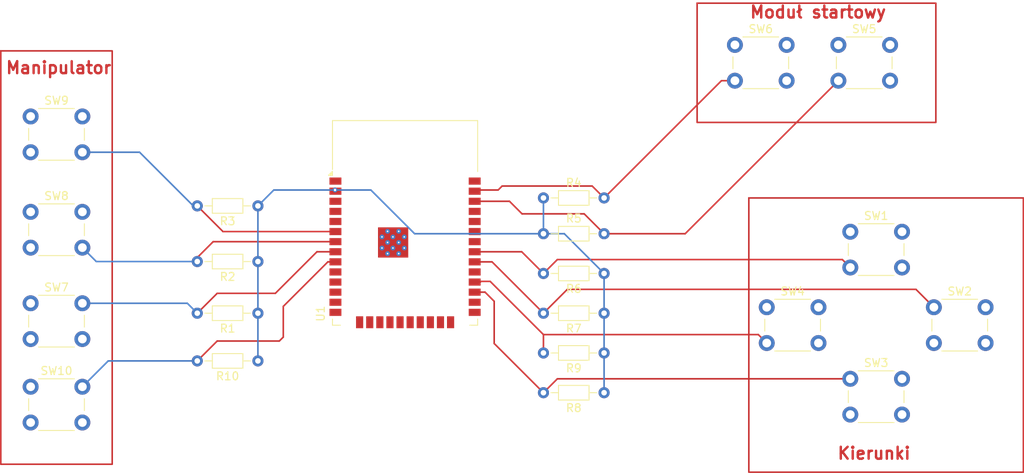
<source format=kicad_pcb>
(kicad_pcb (version 20240108) (generator "pcbnew") (generator_version "8.0")
  (layers (0 "F.Cu" signal) (31 "B.Cu" signal) (34 "B.Paste" user) (35 "F.Paste" user) (36 "B.SilkS" user "B.Silkscreen") (37 "F.SilkS" user "F.Silkscreen") (38 "B.Mask" user) (39 "F.Mask" user) (44 "Edge.Cuts" user))
  (net 0 "")
  (net 1 "GND")
  (net 14 "+3V3")
  (net 16 "Net-(U1-IO35)")
  (net 19 "Net-(U1-IO19)")
  (net 22 "Net-(U1-IO22)")
  (net 23 "Net-(U1-IO34)")
  (net 27 "Net-(U1-IO17)")
  (net 28 "Net-(U1-IO23)")
  (net 30 "Net-(U1-IO32)")
  (net 33 "Net-(U1-IO18)")
  (net 34 "Net-(U1-IO33)")
  (net 36 "Net-(U1-IO16)")
  (footprint "Resistor_THT:R_Axial_DIN0204_L3.6mm_D1.6mm_P7.62mm_Horizontal" (layer "F.Cu") (at 146.81 83 180)
    (property "Reference" "R9" (at 3.81 -1.92 180) (layer "F.SilkS"))
    (property "Value" "10k")
    (fp_line (start 6.68 0) (end 5.73 0) (stroke (width 0.12)) (layer "F.SilkS"))
    (fp_line (start 5.73 0.92) (end 5.73 -0.92) (stroke (width 0.12)) (layer "F.SilkS"))
    (fp_line (start 5.73 -0.92) (end 1.89 -0.92) (stroke (width 0.12)) (layer "F.SilkS"))
    (fp_line (start 1.89 0.92) (end 5.73 0.92) (stroke (width 0.12)) (layer "F.SilkS"))
    (fp_line (start 1.89 -0.92) (end 1.89 0.92) (stroke (width 0.12)) (layer "F.SilkS"))
    (fp_line (start 0.94 0) (end 1.89 0) (stroke (width 0.12)) (layer "F.SilkS"))
    (pad "1" thru_hole circle (at 0 0 180) (size 1.4 1.4) (drill 0.7) (layers "*.Cu" "*.Mask") (net 14 "+3V3"))
    (pad "2" thru_hole oval (at 7.62 0 180) (size 1.4 1.4) (drill 0.7) (layers "*.Cu" "*.Mask") (net 27 "Net-(U1-IO17)"))
  )
  (footprint "Button_Switch_THT:SW_PUSH_6mm_H5mm" (layer "F.Cu") (at 188.25 77.25)
    (property "Reference" "SW2" (at 3.25 -2 0) (layer "F.SilkS"))
    (property "Value" "prawo")
    (fp_line (start -0.25 1.5) (end -0.25 3) (stroke (width 0.12)) (layer "F.SilkS"))
    (fp_line (start 1 5.5) (end 5.5 5.5) (stroke (width 0.12)) (layer "F.SilkS"))
    (fp_line (start 5.5 -1) (end 1 -1) (stroke (width 0.12)) (layer "F.SilkS"))
    (fp_line (start 6.75 3) (end 6.75 1.5) (stroke (width 0.12)) (layer "F.SilkS"))
    (pad "1" thru_hole circle (at 0 0 90) (size 2 2) (drill 1.1) (layers "*.Cu" "*.Mask") (net 33 "Net-(U1-IO18)"))
    (pad "1" thru_hole circle (at 6.5 0 90) (size 2 2) (drill 1.1) (layers "*.Cu" "*.Mask") (net 33 "Net-(U1-IO18)"))
    (pad "2" thru_hole circle (at 0 4.5 90) (size 2 2) (drill 1.1) (layers "*.Cu" "*.Mask") (net 33 "Net-(U1-IO18)"))
    (pad "2" thru_hole circle (at 6.5 4.5 90) (size 2 2) (drill 1.1) (layers "*.Cu" "*.Mask") (net 33 "Net-(U1-IO18)"))
  )
  (footprint "Resistor_THT:R_Axial_DIN0204_L3.6mm_D1.6mm_P7.62mm_Horizontal" (layer "F.Cu") (at 103.31 78 180)
    (property "Reference" "R1" (at 3.81 -1.92 180) (layer "F.SilkS"))
    (property "Value" "10k")
    (fp_line (start 6.68 0) (end 5.73 0) (stroke (width 0.12)) (layer "F.SilkS"))
    (fp_line (start 5.73 0.92) (end 5.73 -0.92) (stroke (width 0.12)) (layer "F.SilkS"))
    (fp_line (start 5.73 -0.92) (end 1.89 -0.92) (stroke (width 0.12)) (layer "F.SilkS"))
    (fp_line (start 1.89 0.92) (end 5.73 0.92) (stroke (width 0.12)) (layer "F.SilkS"))
    (fp_line (start 1.89 -0.92) (end 1.89 0.92) (stroke (width 0.12)) (layer "F.SilkS"))
    (fp_line (start 0.94 0) (end 1.89 0) (stroke (width 0.12)) (layer "F.SilkS"))
    (pad "1" thru_hole circle (at 0 0 180) (size 1.4 1.4) (drill 0.7) (layers "*.Cu" "*.Mask") (net 14 "+3V3"))
    (pad "2" thru_hole oval (at 7.62 0 180) (size 1.4 1.4) (drill 0.7) (layers "*.Cu" "*.Mask") (net 30 "Net-(U1-IO32)"))
  )
  (footprint "RF_Module:ESP32-WROOM-32D" (layer "F.Cu") (at 121.8 69.63)
    (property "Reference" "U1" (at -10.61 8.43 90) (layer "F.SilkS"))
    (property "Value" "ESP32-WROOM-32E")
    (fp_line (start -9.12 -15.86) (end -9.12 -9.7) (stroke (width 0.12)) (layer "F.SilkS"))
    (fp_line (start -9.12 -15.86) (end 9.12 -15.86) (stroke (width 0.12)) (layer "F.SilkS"))
    (fp_line (start -9.12 9.1) (end -9.12 9.88) (stroke (width 0.12)) (layer "F.SilkS"))
    (fp_line (start -9.12 9.88) (end -8.12 9.88) (stroke (width 0.12)) (layer "F.SilkS"))
    (fp_line (start 9.12 -15.86) (end 9.12 -9.445) (stroke (width 0.12)) (layer "F.SilkS"))
    (fp_line (start 9.12 9.1) (end 9.12 9.88) (stroke (width 0.12)) (layer "F.SilkS"))
    (fp_line (start 9.12 9.88) (end 8.12 9.88) (stroke (width 0.12)) (layer "F.SilkS"))
    (fp_poly (pts (xy -9.125 -8.975) (xy -9.625 -8.975) (xy -9.125 -9.475) (xy -9.125 -8.975)) (stroke (width 0.12)) (fill solid) (layer "F.SilkS"))
    (pad "1" smd rect (at -8.75 -8.25) (size 1.5 0.9) (layers "F.Cu" "F.Paste" "F.Mask") (net 1 "GND"))
    (pad "2" smd rect (at -8.75 -6.98) (size 1.5 0.9) (layers "F.Cu" "F.Paste" "F.Mask") (net 14 "+3V3"))
    (pad "3" smd rect (at -8.75 -5.71) (size 1.5 0.9) (layers "F.Cu" "F.Paste" "F.Mask"))
    (pad "4" smd rect (at -8.75 -4.44) (size 1.5 0.9) (layers "F.Cu" "F.Paste" "F.Mask"))
    (pad "5" smd rect (at -8.75 -3.17) (size 1.5 0.9) (layers "F.Cu" "F.Paste" "F.Mask"))
    (pad "6" smd rect (at -8.75 -1.9) (size 1.5 0.9) (layers "F.Cu" "F.Paste" "F.Mask") (net 23 "Net-(U1-IO34)"))
    (pad "7" smd rect (at -8.75 -0.63) (size 1.5 0.9) (layers "F.Cu" "F.Paste" "F.Mask") (net 16 "Net-(U1-IO35)"))
    (pad "8" smd rect (at -8.75 0.64) (size 1.5 0.9) (layers "F.Cu" "F.Paste" "F.Mask") (net 30 "Net-(U1-IO32)"))
    (pad "9" smd rect (at -8.75 1.91) (size 1.5 0.9) (layers "F.Cu" "F.Paste" "F.Mask") (net 34 "Net-(U1-IO33)"))
    (pad "10" smd rect (at -8.75 3.18) (size 1.5 0.9) (layers "F.Cu" "F.Paste" "F.Mask"))
    (pad "11" smd rect (at -8.75 4.45) (size 1.5 0.9) (layers "F.Cu" "F.Paste" "F.Mask"))
    (pad "12" smd rect (at -8.75 5.72) (size 1.5 0.9) (layers "F.Cu" "F.Paste" "F.Mask"))
    (pad "13" smd rect (at -8.75 6.99) (size 1.5 0.9) (layers "F.Cu" "F.Paste" "F.Mask"))
    (pad "14" smd rect (at -8.75 8.26) (size 1.5 0.9) (layers "F.Cu" "F.Paste" "F.Mask"))
    (pad "15" smd rect (at -5.71 9.51 90) (size 1.5 0.9) (layers "F.Cu" "F.Paste" "F.Mask") (net 1 "GND"))
    (pad "16" smd rect (at -4.44 9.51 90) (size 1.5 0.9) (layers "F.Cu" "F.Paste" "F.Mask"))
    (pad "17" smd rect (at -3.17 9.51 90) (size 1.5 0.9) (layers "F.Cu" "F.Paste" "F.Mask"))
    (pad "18" smd rect (at -1.9 9.51 90) (size 1.5 0.9) (layers "F.Cu" "F.Paste" "F.Mask"))
    (pad "19" smd rect (at -0.63 9.51 90) (size 1.5 0.9) (layers "F.Cu" "F.Paste" "F.Mask"))
    (pad "20" smd rect (at 0.64 9.51 90) (size 1.5 0.9) (layers "F.Cu" "F.Paste" "F.Mask"))
    (pad "21" smd rect (at 1.91 9.51 90) (size 1.5 0.9) (layers "F.Cu" "F.Paste" "F.Mask"))
    (pad "22" smd rect (at 3.18 9.51 90) (size 1.5 0.9) (layers "F.Cu" "F.Paste" "F.Mask"))
    (pad "23" smd rect (at 4.45 9.51 90) (size 1.5 0.9) (layers "F.Cu" "F.Paste" "F.Mask"))
    (pad "24" smd rect (at 5.72 9.51 90) (size 1.5 0.9) (layers "F.Cu" "F.Paste" "F.Mask"))
    (pad "25" smd rect (at 8.75 8.26) (size 1.5 0.9) (layers "F.Cu" "F.Paste" "F.Mask"))
    (pad "26" smd rect (at 8.75 6.99) (size 1.5 0.9) (layers "F.Cu" "F.Paste" "F.Mask"))
    (pad "27" smd rect (at 8.75 5.72) (size 1.5 0.9) (layers "F.Cu" "F.Paste" "F.Mask") (net 36 "Net-(U1-IO16)"))
    (pad "28" smd rect (at 8.75 4.45) (size 1.5 0.9) (layers "F.Cu" "F.Paste" "F.Mask") (net 27 "Net-(U1-IO17)"))
    (pad "29" smd rect (at 8.75 3.18) (size 1.5 0.9) (layers "F.Cu" "F.Paste" "F.Mask"))
    (pad "30" smd rect (at 8.75 1.91) (size 1.5 0.9) (layers "F.Cu" "F.Paste" "F.Mask") (net 33 "Net-(U1-IO18)"))
    (pad "31" smd rect (at 8.75 0.64) (size 1.5 0.9) (layers "F.Cu" "F.Paste" "F.Mask") (net 19 "Net-(U1-IO19)"))
    (pad "32" smd rect (at 8.75 -0.63) (size 1.5 0.9) (layers "F.Cu" "F.Paste" "F.Mask"))
    (pad "33" smd rect (at 8.75 -1.9) (size 1.5 0.9) (layers "F.Cu" "F.Paste" "F.Mask"))
    (pad "34" smd rect (at 8.75 -3.17) (size 1.5 0.9) (layers "F.Cu" "F.Paste" "F.Mask"))
    (pad "35" smd rect (at 8.75 -4.44) (size 1.5 0.9) (layers "F.Cu" "F.Paste" "F.Mask"))
    (pad "36" smd rect (at 8.75 -5.71) (size 1.5 0.9) (layers "F.Cu" "F.Paste" "F.Mask") (net 22 "Net-(U1-IO22)"))
    (pad "37" smd rect (at 8.75 -6.98) (size 1.5 0.9) (layers "F.Cu" "F.Paste" "F.Mask") (net 28 "Net-(U1-IO23)"))
    (pad "38" smd rect (at 8.75 -8.25) (size 1.5 0.9) (layers "F.Cu" "F.Paste" "F.Mask") (net 1 "GND"))
    (pad "39" smd rect (at -2.9 -1.93) (size 0.9 0.9) (layers "F.Cu" "F.Paste") (net 1 "GND"))
    (pad "39" thru_hole circle (at -2.9 -1.23) (size 0.6 0.6) (drill 0.2) (property pad_prop_heatsink) (layers "*.Cu" "F.Mask") (net 1 "GND"))
    (pad "39" smd rect (at -2.9 -0.53) (size 0.9 0.9) (layers "F.Cu" "F.Paste") (net 1 "GND"))
    (pad "39" thru_hole circle (at -2.9 0.17) (size 0.6 0.6) (drill 0.2) (property pad_prop_heatsink) (layers "*.Cu" "F.Mask") (net 1 "GND"))
    (pad "39" smd rect (at -2.9 0.87) (size 0.9 0.9) (layers "F.Cu" "F.Paste") (net 1 "GND"))
    (pad "39" thru_hole circle (at -2.2 -1.93) (size 0.6 0.6) (drill 0.2) (property pad_prop_heatsink) (layers "*.Cu" "F.Mask") (net 1 "GND"))
    (pad "39" thru_hole circle (at -2.2 -0.53) (size 0.6 0.6) (drill 0.2) (property pad_prop_heatsink) (layers "*.Cu" "F.Mask") (net 1 "GND"))
    (pad "39" thru_hole circle (at -2.2 0.87) (size 0.6 0.6) (drill 0.2) (property pad_prop_heatsink) (layers "*.Cu" "F.Mask") (net 1 "GND"))
    (pad "39" thru_hole circle (at -1.525 -1.23) (size 0.6 0.6) (drill 0.2) (property pad_prop_heatsink) (layers "*.Cu" "F.Mask") (net 1 "GND"))
    (pad "39" thru_hole circle (at -1.525 0.17) (size 0.6 0.6) (drill 0.2) (property pad_prop_heatsink) (layers "*.Cu" "F.Mask") (net 1 "GND"))
    (pad "39" smd rect (at -1.5 -1.93) (size 0.9 0.9) (layers "F.Cu" "F.Paste") (net 1 "GND"))
    (pad "39" smd rect (at -1.5 -0.53) (size 0.9 0.9) (layers "F.Cu" "F.Paste") (net 1 "GND"))
    (pad "39" smd rect (at -1.5 -0.53) (size 3.8 3.8) (layers "F.Cu" "F.Mask") (net 1 "GND"))
    (pad "39" smd rect (at -1.5 0.87) (size 0.9 0.9) (layers "F.Cu" "F.Paste") (net 1 "GND"))
    (pad "39" thru_hole circle (at -0.8 -1.93) (size 0.6 0.6) (drill 0.2) (property pad_prop_heatsink) (layers "*.Cu" "F.Mask") (net 1 "GND"))
    (pad "39" thru_hole circle (at -0.8 -0.53) (size 0.6 0.6) (drill 0.2) (property pad_prop_heatsink) (layers "*.Cu" "F.Mask") (net 1 "GND"))
    (pad "39" thru_hole circle (at -0.8 0.87) (size 0.6 0.6) (drill 0.2) (property pad_prop_heatsink) (layers "*.Cu" "F.Mask") (net 1 "GND"))
    (pad "39" smd rect (at -0.1 -1.93) (size 0.9 0.9) (layers "F.Cu" "F.Paste") (net 1 "GND"))
    (pad "39" thru_hole circle (at -0.1 -1.23) (size 0.6 0.6) (drill 0.2) (property pad_prop_heatsink) (layers "*.Cu" "F.Mask") (net 1 "GND"))
    (pad "39" smd rect (at -0.1 -0.53) (size 0.9 0.9) (layers "F.Cu" "F.Paste") (net 1 "GND"))
    (pad "39" thru_hole circle (at -0.1 0.17) (size 0.6 0.6) (drill 0.2) (property pad_prop_heatsink) (layers "*.Cu" "F.Mask") (net 1 "GND"))
    (pad "39" smd rect (at -0.1 0.87) (size 0.9 0.9) (layers "F.Cu" "F.Paste") (net 1 "GND"))
  )
  (footprint "Button_Switch_THT:SW_PUSH_6mm_H5mm" (layer "F.Cu") (at 74.75 76.75)
    (property "Reference" "SW7" (at 3.25 -2 0) (layer "F.SilkS"))
    (property "Value" "ramie_1")
    (fp_line (start -0.25 1.5) (end -0.25 3) (stroke (width 0.12)) (layer "F.SilkS"))
    (fp_line (start 1 5.5) (end 5.5 5.5) (stroke (width 0.12)) (layer "F.SilkS"))
    (fp_line (start 5.5 -1) (end 1 -1) (stroke (width 0.12)) (layer "F.SilkS"))
    (fp_line (start 6.75 3) (end 6.75 1.5) (stroke (width 0.12)) (layer "F.SilkS"))
    (pad "1" thru_hole circle (at 0 0 90) (size 2 2) (drill 1.1) (layers "*.Cu" "*.Mask") (net 30 "Net-(U1-IO32)"))
    (pad "1" thru_hole circle (at 6.5 0 90) (size 2 2) (drill 1.1) (layers "*.Cu" "*.Mask") (net 30 "Net-(U1-IO32)"))
    (pad "2" thru_hole circle (at 0 4.5 90) (size 2 2) (drill 1.1) (layers "*.Cu" "*.Mask") (net 30 "Net-(U1-IO32)"))
    (pad "2" thru_hole circle (at 6.5 4.5 90) (size 2 2) (drill 1.1) (layers "*.Cu" "*.Mask") (net 30 "Net-(U1-IO32)"))
  )
  (footprint "Button_Switch_THT:SW_PUSH_6mm_H5mm" (layer "F.Cu") (at 74.75 53.25)
    (property "Reference" "SW9" (at 3.25 -2 0) (layer "F.SilkS"))
    (property "Value" "ramie_3")
    (fp_line (start -0.25 1.5) (end -0.25 3) (stroke (width 0.12)) (layer "F.SilkS"))
    (fp_line (start 1 5.5) (end 5.5 5.5) (stroke (width 0.12)) (layer "F.SilkS"))
    (fp_line (start 5.5 -1) (end 1 -1) (stroke (width 0.12)) (layer "F.SilkS"))
    (fp_line (start 6.75 3) (end 6.75 1.5) (stroke (width 0.12)) (layer "F.SilkS"))
    (pad "1" thru_hole circle (at 0 0 90) (size 2 2) (drill 1.1) (layers "*.Cu" "*.Mask") (net 23 "Net-(U1-IO34)"))
    (pad "1" thru_hole circle (at 6.5 0 90) (size 2 2) (drill 1.1) (layers "*.Cu" "*.Mask") (net 23 "Net-(U1-IO34)"))
    (pad "2" thru_hole circle (at 0 4.5 90) (size 2 2) (drill 1.1) (layers "*.Cu" "*.Mask") (net 23 "Net-(U1-IO34)"))
    (pad "2" thru_hole circle (at 6.5 4.5 90) (size 2 2) (drill 1.1) (layers "*.Cu" "*.Mask") (net 23 "Net-(U1-IO34)"))
  )
  (footprint "Button_Switch_THT:SW_PUSH_6mm_H5mm" (layer "F.Cu") (at 74.75 65.25)
    (property "Reference" "SW8" (at 3.25 -2 0) (layer "F.SilkS"))
    (property "Value" "ramie_2")
    (fp_line (start -0.25 1.5) (end -0.25 3) (stroke (width 0.12)) (layer "F.SilkS"))
    (fp_line (start 1 5.5) (end 5.5 5.5) (stroke (width 0.12)) (layer "F.SilkS"))
    (fp_line (start 5.5 -1) (end 1 -1) (stroke (width 0.12)) (layer "F.SilkS"))
    (fp_line (start 6.75 3) (end 6.75 1.5) (stroke (width 0.12)) (layer "F.SilkS"))
    (pad "1" thru_hole circle (at 0 0 90) (size 2 2) (drill 1.1) (layers "*.Cu" "*.Mask") (net 16 "Net-(U1-IO35)"))
    (pad "1" thru_hole circle (at 6.5 0 90) (size 2 2) (drill 1.1) (layers "*.Cu" "*.Mask") (net 16 "Net-(U1-IO35)"))
    (pad "2" thru_hole circle (at 0 4.5 90) (size 2 2) (drill 1.1) (layers "*.Cu" "*.Mask") (net 16 "Net-(U1-IO35)"))
    (pad "2" thru_hole circle (at 6.5 4.5 90) (size 2 2) (drill 1.1) (layers "*.Cu" "*.Mask") (net 16 "Net-(U1-IO35)"))
  )
  (footprint "Resistor_THT:R_Axial_DIN0204_L3.6mm_D1.6mm_P7.62mm_Horizontal" (layer "F.Cu") (at 103.31 71.5 180)
    (property "Reference" "R2" (at 3.81 -1.92 180) (layer "F.SilkS"))
    (property "Value" "10k")
    (fp_line (start 6.68 0) (end 5.73 0) (stroke (width 0.12)) (layer "F.SilkS"))
    (fp_line (start 5.73 0.92) (end 5.73 -0.92) (stroke (width 0.12)) (layer "F.SilkS"))
    (fp_line (start 5.73 -0.92) (end 1.89 -0.92) (stroke (width 0.12)) (layer "F.SilkS"))
    (fp_line (start 1.89 0.92) (end 5.73 0.92) (stroke (width 0.12)) (layer "F.SilkS"))
    (fp_line (start 1.89 -0.92) (end 1.89 0.92) (stroke (width 0.12)) (layer "F.SilkS"))
    (fp_line (start 0.94 0) (end 1.89 0) (stroke (width 0.12)) (layer "F.SilkS"))
    (pad "1" thru_hole circle (at 0 0 180) (size 1.4 1.4) (drill 0.7) (layers "*.Cu" "*.Mask") (net 14 "+3V3"))
    (pad "2" thru_hole oval (at 7.62 0 180) (size 1.4 1.4) (drill 0.7) (layers "*.Cu" "*.Mask") (net 16 "Net-(U1-IO35)"))
  )
  (footprint "Button_Switch_THT:SW_PUSH_6mm_H5mm" (layer "F.Cu") (at 74.75 87.25)
    (property "Reference" "SW10" (at 3.25 -2 0) (layer "F.SilkS"))
    (property "Value" "ramie_4")
    (fp_line (start -0.25 1.5) (end -0.25 3) (stroke (width 0.12)) (layer "F.SilkS"))
    (fp_line (start 1 5.5) (end 5.5 5.5) (stroke (width 0.12)) (layer "F.SilkS"))
    (fp_line (start 5.5 -1) (end 1 -1) (stroke (width 0.12)) (layer "F.SilkS"))
    (fp_line (start 6.75 3) (end 6.75 1.5) (stroke (width 0.12)) (layer "F.SilkS"))
    (pad "1" thru_hole circle (at 0 0 90) (size 2 2) (drill 1.1) (layers "*.Cu" "*.Mask") (net 34 "Net-(U1-IO33)"))
    (pad "1" thru_hole circle (at 6.5 0 90) (size 2 2) (drill 1.1) (layers "*.Cu" "*.Mask") (net 34 "Net-(U1-IO33)"))
    (pad "2" thru_hole circle (at 0 4.5 90) (size 2 2) (drill 1.1) (layers "*.Cu" "*.Mask") (net 34 "Net-(U1-IO33)"))
    (pad "2" thru_hole circle (at 6.5 4.5 90) (size 2 2) (drill 1.1) (layers "*.Cu" "*.Mask") (net 34 "Net-(U1-IO33)"))
  )
  (footprint "Button_Switch_THT:SW_PUSH_6mm_H5mm" (layer "F.Cu") (at 177.75 86.25)
    (property "Reference" "SW3" (at 3.25 -2 0) (layer "F.SilkS"))
    (property "Value" "tył")
    (fp_line (start -0.25 1.5) (end -0.25 3) (stroke (width 0.12)) (layer "F.SilkS"))
    (fp_line (start 1 5.5) (end 5.5 5.5) (stroke (width 0.12)) (layer "F.SilkS"))
    (fp_line (start 5.5 -1) (end 1 -1) (stroke (width 0.12)) (layer "F.SilkS"))
    (fp_line (start 6.75 3) (end 6.75 1.5) (stroke (width 0.12)) (layer "F.SilkS"))
    (pad "1" thru_hole circle (at 0 0 90) (size 2 2) (drill 1.1) (layers "*.Cu" "*.Mask") (net 36 "Net-(U1-IO16)"))
    (pad "1" thru_hole circle (at 6.5 0 90) (size 2 2) (drill 1.1) (layers "*.Cu" "*.Mask") (net 36 "Net-(U1-IO16)"))
    (pad "2" thru_hole circle (at 0 4.5 90) (size 2 2) (drill 1.1) (layers "*.Cu" "*.Mask") (net 36 "Net-(U1-IO16)"))
    (pad "2" thru_hole circle (at 6.5 4.5 90) (size 2 2) (drill 1.1) (layers "*.Cu" "*.Mask") (net 36 "Net-(U1-IO16)"))
  )
  (footprint "Button_Switch_THT:SW_PUSH_6mm_H5mm" (layer "F.Cu") (at 177.75 67.75)
    (property "Reference" "SW1" (at 3.25 -2 0) (layer "F.SilkS"))
    (property "Value" "przód")
    (fp_line (start -0.25 1.5) (end -0.25 3) (stroke (width 0.12)) (layer "F.SilkS"))
    (fp_line (start 1 5.5) (end 5.5 5.5) (stroke (width 0.12)) (layer "F.SilkS"))
    (fp_line (start 5.5 -1) (end 1 -1) (stroke (width 0.12)) (layer "F.SilkS"))
    (fp_line (start 6.75 3) (end 6.75 1.5) (stroke (width 0.12)) (layer "F.SilkS"))
    (pad "1" thru_hole circle (at 0 0 90) (size 2 2) (drill 1.1) (layers "*.Cu" "*.Mask") (net 19 "Net-(U1-IO19)"))
    (pad "1" thru_hole circle (at 6.5 0 90) (size 2 2) (drill 1.1) (layers "*.Cu" "*.Mask") (net 19 "Net-(U1-IO19)"))
    (pad "2" thru_hole circle (at 0 4.5 90) (size 2 2) (drill 1.1) (layers "*.Cu" "*.Mask") (net 19 "Net-(U1-IO19)"))
    (pad "2" thru_hole circle (at 6.5 4.5 90) (size 2 2) (drill 1.1) (layers "*.Cu" "*.Mask") (net 19 "Net-(U1-IO19)"))
  )
  (footprint "Button_Switch_THT:SW_PUSH_6mm_H5mm" (layer "F.Cu") (at 167.25 77.25)
    (property "Reference" "SW4" (at 3.25 -2 0) (layer "F.SilkS"))
    (property "Value" "lewo")
    (fp_line (start -0.25 1.5) (end -0.25 3) (stroke (width 0.12)) (layer "F.SilkS"))
    (fp_line (start 1 5.5) (end 5.5 5.5) (stroke (width 0.12)) (layer "F.SilkS"))
    (fp_line (start 5.5 -1) (end 1 -1) (stroke (width 0.12)) (layer "F.SilkS"))
    (fp_line (start 6.75 3) (end 6.75 1.5) (stroke (width 0.12)) (layer "F.SilkS"))
    (pad "1" thru_hole circle (at 0 0 90) (size 2 2) (drill 1.1) (layers "*.Cu" "*.Mask") (net 27 "Net-(U1-IO17)"))
    (pad "1" thru_hole circle (at 6.5 0 90) (size 2 2) (drill 1.1) (layers "*.Cu" "*.Mask") (net 27 "Net-(U1-IO17)"))
    (pad "2" thru_hole circle (at 0 4.5 90) (size 2 2) (drill 1.1) (layers "*.Cu" "*.Mask") (net 27 "Net-(U1-IO17)"))
    (pad "2" thru_hole circle (at 6.5 4.5 90) (size 2 2) (drill 1.1) (layers "*.Cu" "*.Mask") (net 27 "Net-(U1-IO17)"))
  )
  (footprint "Resistor_THT:R_Axial_DIN0204_L3.6mm_D1.6mm_P7.62mm_Horizontal" (layer "F.Cu") (at 139.19 68)
    (property "Reference" "R5" (at 3.81 -1.92 0) (layer "F.SilkS"))
    (property "Value" "10k")
    (fp_line (start 0.94 0) (end 1.89 0) (stroke (width 0.12)) (layer "F.SilkS"))
    (fp_line (start 1.89 -0.92) (end 1.89 0.92) (stroke (width 0.12)) (layer "F.SilkS"))
    (fp_line (start 1.89 0.92) (end 5.73 0.92) (stroke (width 0.12)) (layer "F.SilkS"))
    (fp_line (start 5.73 -0.92) (end 1.89 -0.92) (stroke (width 0.12)) (layer "F.SilkS"))
    (fp_line (start 5.73 0.92) (end 5.73 -0.92) (stroke (width 0.12)) (layer "F.SilkS"))
    (fp_line (start 6.68 0) (end 5.73 0) (stroke (width 0.12)) (layer "F.SilkS"))
    (pad "1" thru_hole circle (at 0 0) (size 1.4 1.4) (drill 0.7) (layers "*.Cu" "*.Mask") (net 14 "+3V3"))
    (pad "2" thru_hole oval (at 7.62 0) (size 1.4 1.4) (drill 0.7) (layers "*.Cu" "*.Mask") (net 22 "Net-(U1-IO22)"))
  )
  (footprint "Resistor_THT:R_Axial_DIN0204_L3.6mm_D1.6mm_P7.62mm_Horizontal" (layer "F.Cu") (at 146.81 73 180)
    (property "Reference" "R6" (at 3.81 -1.92 180) (layer "F.SilkS"))
    (property "Value" "10k")
    (fp_line (start 6.68 0) (end 5.73 0) (stroke (width 0.12)) (layer "F.SilkS"))
    (fp_line (start 5.73 0.92) (end 5.73 -0.92) (stroke (width 0.12)) (layer "F.SilkS"))
    (fp_line (start 5.73 -0.92) (end 1.89 -0.92) (stroke (width 0.12)) (layer "F.SilkS"))
    (fp_line (start 1.89 0.92) (end 5.73 0.92) (stroke (width 0.12)) (layer "F.SilkS"))
    (fp_line (start 1.89 -0.92) (end 1.89 0.92) (stroke (width 0.12)) (layer "F.SilkS"))
    (fp_line (start 0.94 0) (end 1.89 0) (stroke (width 0.12)) (layer "F.SilkS"))
    (pad "1" thru_hole circle (at 0 0 180) (size 1.4 1.4) (drill 0.7) (layers "*.Cu" "*.Mask") (net 14 "+3V3"))
    (pad "2" thru_hole oval (at 7.62 0 180) (size 1.4 1.4) (drill 0.7) (layers "*.Cu" "*.Mask") (net 19 "Net-(U1-IO19)"))
  )
  (footprint "Button_Switch_THT:SW_PUSH_6mm_H5mm" (layer "F.Cu") (at 176.25 44.25)
    (property "Reference" "SW5" (at 3.25 -2 0) (layer "F.SilkS"))
    (property "Value" "START_start")
    (fp_line (start -0.25 1.5) (end -0.25 3) (stroke (width 0.12)) (layer "F.SilkS"))
    (fp_line (start 1 5.5) (end 5.5 5.5) (stroke (width 0.12)) (layer "F.SilkS"))
    (fp_line (start 5.5 -1) (end 1 -1) (stroke (width 0.12)) (layer "F.SilkS"))
    (fp_line (start 6.75 3) (end 6.75 1.5) (stroke (width 0.12)) (layer "F.SilkS"))
    (pad "1" thru_hole circle (at 0 0 90) (size 2 2) (drill 1.1) (layers "*.Cu" "*.Mask") (net 22 "Net-(U1-IO22)"))
    (pad "1" thru_hole circle (at 6.5 0 90) (size 2 2) (drill 1.1) (layers "*.Cu" "*.Mask") (net 22 "Net-(U1-IO22)"))
    (pad "2" thru_hole circle (at 0 4.5 90) (size 2 2) (drill 1.1) (layers "*.Cu" "*.Mask") (net 22 "Net-(U1-IO22)"))
    (pad "2" thru_hole circle (at 6.5 4.5 90) (size 2 2) (drill 1.1) (layers "*.Cu" "*.Mask") (net 22 "Net-(U1-IO22)"))
  )
  (footprint "Resistor_THT:R_Axial_DIN0204_L3.6mm_D1.6mm_P7.62mm_Horizontal" (layer "F.Cu") (at 146.81 78 180)
    (property "Reference" "R7" (at 3.81 -1.92 180) (layer "F.SilkS"))
    (property "Value" "10k")
    (fp_line (start 6.68 0) (end 5.73 0) (stroke (width 0.12)) (layer "F.SilkS"))
    (fp_line (start 5.73 0.92) (end 5.73 -0.92) (stroke (width 0.12)) (layer "F.SilkS"))
    (fp_line (start 5.73 -0.92) (end 1.89 -0.92) (stroke (width 0.12)) (layer "F.SilkS"))
    (fp_line (start 1.89 0.92) (end 5.73 0.92) (stroke (width 0.12)) (layer "F.SilkS"))
    (fp_line (start 1.89 -0.92) (end 1.89 0.92) (stroke (width 0.12)) (layer "F.SilkS"))
    (fp_line (start 0.94 0) (end 1.89 0) (stroke (width 0.12)) (layer "F.SilkS"))
    (pad "1" thru_hole circle (at 0 0 180) (size 1.4 1.4) (drill 0.7) (layers "*.Cu" "*.Mask") (net 14 "+3V3"))
    (pad "2" thru_hole oval (at 7.62 0 180) (size 1.4 1.4) (drill 0.7) (layers "*.Cu" "*.Mask") (net 33 "Net-(U1-IO18)"))
  )
  (footprint "Resistor_THT:R_Axial_DIN0204_L3.6mm_D1.6mm_P7.62mm_Horizontal" (layer "F.Cu") (at 103.31 64.5 180)
    (property "Reference" "R3" (at 3.81 -1.92 180) (layer "F.SilkS"))
    (property "Value" "10k")
    (fp_line (start 6.68 0) (end 5.73 0) (stroke (width 0.12)) (layer "F.SilkS"))
    (fp_line (start 5.73 0.92) (end 5.73 -0.92) (stroke (width 0.12)) (layer "F.SilkS"))
    (fp_line (start 5.73 -0.92) (end 1.89 -0.92) (stroke (width 0.12)) (layer "F.SilkS"))
    (fp_line (start 1.89 0.92) (end 5.73 0.92) (stroke (width 0.12)) (layer "F.SilkS"))
    (fp_line (start 1.89 -0.92) (end 1.89 0.92) (stroke (width 0.12)) (layer "F.SilkS"))
    (fp_line (start 0.94 0) (end 1.89 0) (stroke (width 0.12)) (layer "F.SilkS"))
    (pad "1" thru_hole circle (at 0 0 180) (size 1.4 1.4) (drill 0.7) (layers "*.Cu" "*.Mask") (net 14 "+3V3"))
    (pad "2" thru_hole oval (at 7.62 0 180) (size 1.4 1.4) (drill 0.7) (layers "*.Cu" "*.Mask") (net 23 "Net-(U1-IO34)"))
  )
  (footprint "Resistor_THT:R_Axial_DIN0204_L3.6mm_D1.6mm_P7.62mm_Horizontal" (layer "F.Cu") (at 146.81 88 180)
    (property "Reference" "R8" (at 3.81 -1.92 180) (layer "F.SilkS"))
    (property "Value" "10k")
    (fp_line (start 6.68 0) (end 5.73 0) (stroke (width 0.12)) (layer "F.SilkS"))
    (fp_line (start 5.73 0.92) (end 5.73 -0.92) (stroke (width 0.12)) (layer "F.SilkS"))
    (fp_line (start 5.73 -0.92) (end 1.89 -0.92) (stroke (width 0.12)) (layer "F.SilkS"))
    (fp_line (start 1.89 0.92) (end 5.73 0.92) (stroke (width 0.12)) (layer "F.SilkS"))
    (fp_line (start 1.89 -0.92) (end 1.89 0.92) (stroke (width 0.12)) (layer "F.SilkS"))
    (fp_line (start 0.94 0) (end 1.89 0) (stroke (width 0.12)) (layer "F.SilkS"))
    (pad "1" thru_hole circle (at 0 0 180) (size 1.4 1.4) (drill 0.7) (layers "*.Cu" "*.Mask") (net 14 "+3V3"))
    (pad "2" thru_hole oval (at 7.62 0 180) (size 1.4 1.4) (drill 0.7) (layers "*.Cu" "*.Mask") (net 36 "Net-(U1-IO16)"))
  )
  (footprint "Resistor_THT:R_Axial_DIN0204_L3.6mm_D1.6mm_P7.62mm_Horizontal" (layer "F.Cu") (at 103.31 84 180)
    (property "Reference" "R10" (at 3.81 -1.92 180) (layer "F.SilkS"))
    (property "Value" "10k")
    (fp_line (start 6.68 0) (end 5.73 0) (stroke (width 0.12)) (layer "F.SilkS"))
    (fp_line (start 5.73 0.92) (end 5.73 -0.92) (stroke (width 0.12)) (layer "F.SilkS"))
    (fp_line (start 5.73 -0.92) (end 1.89 -0.92) (stroke (width 0.12)) (layer "F.SilkS"))
    (fp_line (start 1.89 0.92) (end 5.73 0.92) (stroke (width 0.12)) (layer "F.SilkS"))
    (fp_line (start 1.89 -0.92) (end 1.89 0.92) (stroke (width 0.12)) (layer "F.SilkS"))
    (fp_line (start 0.94 0) (end 1.89 0) (stroke (width 0.12)) (layer "F.SilkS"))
    (pad "1" thru_hole circle (at 0 0 180) (size 1.4 1.4) (drill 0.7) (layers "*.Cu" "*.Mask") (net 14 "+3V3"))
    (pad "2" thru_hole oval (at 7.62 0 180) (size 1.4 1.4) (drill 0.7) (layers "*.Cu" "*.Mask") (net 34 "Net-(U1-IO33)"))
  )
  (footprint "Button_Switch_THT:SW_PUSH_6mm_H5mm" (layer "F.Cu") (at 163.25 44.25)
    (property "Reference" "SW6" (at 3.25 -2 0) (layer "F.SilkS"))
    (property "Value" "START_stop")
    (fp_line (start -0.25 1.5) (end -0.25 3) (stroke (width 0.12)) (layer "F.SilkS"))
    (fp_line (start 1 5.5) (end 5.5 5.5) (stroke (width 0.12)) (layer "F.SilkS"))
    (fp_line (start 5.5 -1) (end 1 -1) (stroke (width 0.12)) (layer "F.SilkS"))
    (fp_line (start 6.75 3) (end 6.75 1.5) (stroke (width 0.12)) (layer "F.SilkS"))
    (pad "1" thru_hole circle (at 0 0 90) (size 2 2) (drill 1.1) (layers "*.Cu" "*.Mask") (net 28 "Net-(U1-IO23)"))
    (pad "1" thru_hole circle (at 6.5 0 90) (size 2 2) (drill 1.1) (layers "*.Cu" "*.Mask") (net 28 "Net-(U1-IO23)"))
    (pad "2" thru_hole circle (at 0 4.5 90) (size 2 2) (drill 1.1) (layers "*.Cu" "*.Mask") (net 28 "Net-(U1-IO23)"))
    (pad "2" thru_hole circle (at 6.5 4.5 90) (size 2 2) (drill 1.1) (layers "*.Cu" "*.Mask") (net 28 "Net-(U1-IO23)"))
  )
  (footprint "Resistor_THT:R_Axial_DIN0204_L3.6mm_D1.6mm_P7.62mm_Horizontal" (layer "F.Cu") (at 139.19 63.5)
    (property "Reference" "R4" (at 3.81 -1.92 0) (layer "F.SilkS"))
    (property "Value" "10k")
    (fp_line (start 0.94 0) (end 1.89 0) (stroke (width 0.12)) (layer "F.SilkS"))
    (fp_line (start 1.89 -0.92) (end 1.89 0.92) (stroke (width 0.12)) (layer "F.SilkS"))
    (fp_line (start 1.89 0.92) (end 5.73 0.92) (stroke (width 0.12)) (layer "F.SilkS"))
    (fp_line (start 5.73 -0.92) (end 1.89 -0.92) (stroke (width 0.12)) (layer "F.SilkS"))
    (fp_line (start 5.73 0.92) (end 5.73 -0.92) (stroke (width 0.12)) (layer "F.SilkS"))
    (fp_line (start 6.68 0) (end 5.73 0) (stroke (width 0.12)) (layer "F.SilkS"))
    (pad "1" thru_hole circle (at 0 0) (size 1.4 1.4) (drill 0.7) (layers "*.Cu" "*.Mask") (net 14 "+3V3"))
    (pad "2" thru_hole oval (at 7.62 0) (size 1.4 1.4) (drill 0.7) (layers "*.Cu" "*.Mask") (net 28 "Net-(U1-IO23)"))
  )
  (gr_rect (start 165 63.5) (end 199.5 98) (stroke (width 0.2)) (fill none) (layer "F.Cu"))
  (gr_rect (start 71 45) (end 85 97) (stroke (width 0.2)) (fill none) (layer "F.Cu"))
  (gr_rect (start 158.5 39) (end 188.5 54) (stroke (width 0.2)) (fill none) (layer "F.Cu"))
  (gr_text "Manipulator" (at 71.5 48 0) (layer "F.Cu") (effects (font (size 1.5 1.5) (thickness 0.3) (bold yes)) (justify left bottom)))
  (gr_text "Kierunki\n" (at 176 96.5 0) (layer "F.Cu") (effects (font (size 1.5 1.5) (thickness 0.3) (bold yes)) (justify left bottom)))
  (gr_text "Moduł startowy" (at 165 41 0) (layer "F.Cu") (effects (font (size 1.5 1.5) (thickness 0.3) (bold yes)) (justify left bottom)))
  (segment (start 113.05 62.65) (end 113.05 62.55) (width 0.2) (layer "F.Cu") (net 14))
  (segment (start 113.05 62.55) (end 113 62.5) (width 0.2) (layer "F.Cu") (net 14))
  (via (at 113 62.5) (size 0.6) (drill 0.3) (layers "F.Cu" "B.Cu") (net 14))
  (segment (start 113 62.5) (end 117.5 62.5) (width 0.2) (layer "B.Cu") (net 14))
  (segment (start 103.31 78) (end 103.31 84) (width 0.2) (layer "B.Cu") (net 14))
  (segment (start 141.81 68) (end 146.81 73) (width 0.2) (layer "B.Cu") (net 14))
  (segment (start 146.81 73) (end 146.81 78) (width 0.2) (layer "B.Cu") (net 14))
  (segment (start 123 68) (end 139.19 68) (width 0.2) (layer "B.Cu") (net 14))
  (segment (start 117.5 62.5) (end 123 68) (width 0.2) (layer "B.Cu") (net 14))
  (segment (start 103.31 78) (end 103.31 71.5) (width 0.2) (layer "B.Cu") (net 14))
  (segment (start 105.31 62.5) (end 103.31 64.5) (width 0.2) (layer "B.Cu") (net 14))
  (segment (start 146.81 78) (end 146.81 88) (width 0.2) (layer "B.Cu") (net 14))
  (segment (start 103.31 71.5) (end 103.31 64.5) (width 0.2) (layer "B.Cu") (net 14))
  (segment (start 113 62.5) (end 105.31 62.5) (width 0.2) (layer "B.Cu") (net 14))
  (segment (start 139.19 63.5) (end 139.19 68) (width 0.2) (layer "B.Cu") (net 14))
  (segment (start 139.19 68) (end 141.81 68) (width 0.2) (layer "B.Cu") (net 14))
  (segment (start 95.19 71.5) (end 97.595 69.095) (width 0.2) (layer "F.Cu") (net 16))
  (segment (start 113.05 69) (end 97.69 69) (width 0.2) (layer "F.Cu") (net 16))
  (segment (start 97.69 69) (end 97.595 69.095) (width 0.2) (layer "F.Cu") (net 16))
  (segment (start 81.25 69.75) (end 83 71.5) (width 0.2) (layer "B.Cu") (net 16))
  (segment (start 83 71.5) (end 95.19 71.5) (width 0.2) (layer "B.Cu") (net 16))
  (segment (start 136.46 70.27) (end 130.55 70.27) (width 0.2) (layer "F.Cu") (net 19))
  (segment (start 139.19 73) (end 136.46 70.27) (width 0.2) (layer "F.Cu") (net 19))
  (segment (start 140.94 71.25) (end 176.75 71.25) (width 0.2) (layer "F.Cu") (net 19))
  (segment (start 139.19 73) (end 140.94 71.25) (width 0.2) (layer "F.Cu") (net 19))
  (segment (start 176.75 71.25) (end 177.75 72.25) (width 0.2) (layer "F.Cu") (net 19))
  (segment (start 134.92 63.92) (end 136.5 65.5) (width 0.2) (layer "F.Cu") (net 22))
  (segment (start 144.31 65.5) (end 146.81 68) (width 0.2) (layer "F.Cu") (net 22))
  (segment (start 146.81 68) (end 157 68) (width 0.2) (layer "F.Cu") (net 22))
  (segment (start 136.5 65.5) (end 144.31 65.5) (width 0.2) (layer "F.Cu") (net 22))
  (segment (start 157 68) (end 176.25 48.75) (width 0.2) (layer "F.Cu") (net 22))
  (segment (start 130.55 63.92) (end 134.92 63.92) (width 0.2) (layer "F.Cu") (net 22))
  (segment (start 113.05 67.73) (end 98.92 67.73) (width 0.2) (layer "F.Cu") (net 23))
  (segment (start 98.92 67.73) (end 95.69 64.5) (width 0.2) (layer "F.Cu") (net 23))
  (segment (start 88.44 57.75) (end 95.19 64.5) (width 0.2) (layer "B.Cu") (net 23))
  (segment (start 95.19 64.5) (end 95.69 64.5) (width 0.2) (layer "B.Cu") (net 23))
  (segment (start 81.25 57.75) (end 88.44 57.75) (width 0.2) (layer "B.Cu") (net 23))
  (segment (start 131.339949 74) (end 131.259949 74.08) (width 0.2) (layer "F.Cu") (net 27))
  (segment (start 139.19 80.69) (end 166.19 80.69) (width 0.2) (layer "F.Cu") (net 27))
  (segment (start 131.259949 74.08) (end 130.55 74.08) (width 0.2) (layer "F.Cu") (net 27))
  (segment (start 166.19 80.69) (end 167.25 81.75) (width 0.2) (layer "F.Cu") (net 27))
  (segment (start 132.5 74) (end 131.339949 74) (width 0.2) (layer "F.Cu") (net 27))
  (segment (start 139.19 80.69) (end 132.5 74) (width 0.2) (layer "F.Cu") (net 27))
  (segment (start 139.19 83) (end 139.19 80.69) (width 0.2) (layer "F.Cu") (net 27))
  (segment (start 130.7 62.5) (end 130.55 62.65) (width 0.2) (layer "F.Cu") (net 28))
  (segment (start 161.56 48.75) (end 163.25 48.75) (width 0.2) (layer "F.Cu") (net 28))
  (segment (start 134 62) (end 145.31 62) (width 0.2) (layer "F.Cu") (net 28))
  (segment (start 133.5 62.5) (end 134 62) (width 0.2) (layer "F.Cu") (net 28))
  (segment (start 146.81 63.5) (end 161.56 48.75) (width 0.2) (layer "F.Cu") (net 28))
  (segment (start 130.7 62.5) (end 133.5 62.5) (width 0.2) (layer "F.Cu") (net 28))
  (segment (start 145.31 62) (end 146.81 63.5) (width 0.2) (layer "F.Cu") (net 28))
  (segment (start 113.05 70.27) (end 110.73 70.27) (width 0.2) (layer "F.Cu") (net 30))
  (segment (start 98.19 75.5) (end 95.69 78) (width 0.2) (layer "F.Cu") (net 30))
  (segment (start 105.5 75.5) (end 98.19 75.5) (width 0.2) (layer "F.Cu") (net 30))
  (segment (start 110.73 70.27) (end 105.5 75.5) (width 0.2) (layer "F.Cu") (net 30))
  (segment (start 94.44 76.75) (end 95.69 78) (width 0.2) (layer "B.Cu") (net 30))
  (segment (start 81.25 76.75) (end 94.44 76.75) (width 0.2) (layer "B.Cu") (net 30))
  (segment (start 142.19 75) (end 186 75) (width 0.2) (layer "F.Cu") (net 33))
  (segment (start 132.73 71.54) (end 130.55 71.54) (width 0.2) (layer "F.Cu") (net 33))
  (segment (start 186 75) (end 188.25 77.25) (width 0.2) (layer "F.Cu") (net 33))
  (segment (start 139.19 78) (end 132.73 71.54) (width 0.2) (layer "F.Cu") (net 33))
  (segment (start 139.19 78) (end 142.19 75) (width 0.2) (layer "F.Cu") (net 33))
  (segment (start 106.5 81) (end 106 81.5) (width 0.2) (layer "F.Cu") (net 34))
  (segment (start 106 81.5) (end 98.19 81.5) (width 0.2) (layer "F.Cu") (net 34))
  (segment (start 113.05 71.54) (end 112.1 71.54) (width 0.2) (layer "F.Cu") (net 34))
  (segment (start 112.1 71.54) (end 106.5 77.14) (width 0.2) (layer "F.Cu") (net 34))
  (segment (start 106.5 77.14) (end 106.5 81) (width 0.2) (layer "F.Cu") (net 34))
  (segment (start 98.19 81.5) (end 95.69 84) (width 0.2) (layer "F.Cu") (net 34))
  (segment (start 84.5 84) (end 81.25 87.25) (width 0.2) (layer "B.Cu") (net 34))
  (segment (start 95.69 84) (end 84.5 84) (width 0.2) (layer "B.Cu") (net 34))
  (segment (start 133 76.5) (end 131.85 75.35) (width 0.2) (layer "F.Cu") (net 36))
  (segment (start 139.19 88) (end 133 81.81) (width 0.2) (layer "F.Cu") (net 36))
  (segment (start 139.19 88) (end 140.94 86.25) (width 0.2) (layer "F.Cu") (net 36))
  (segment (start 140.94 86.25) (end 177.75 86.25) (width 0.2) (layer "F.Cu") (net 36))
  (segment (start 133 81.81) (end 133 76.5) (width 0.2) (layer "F.Cu") (net 36))
  (segment (start 131.85 75.35) (end 130.55 75.35) (width 0.2) (layer "F.Cu") (net 36))
)
</source>
